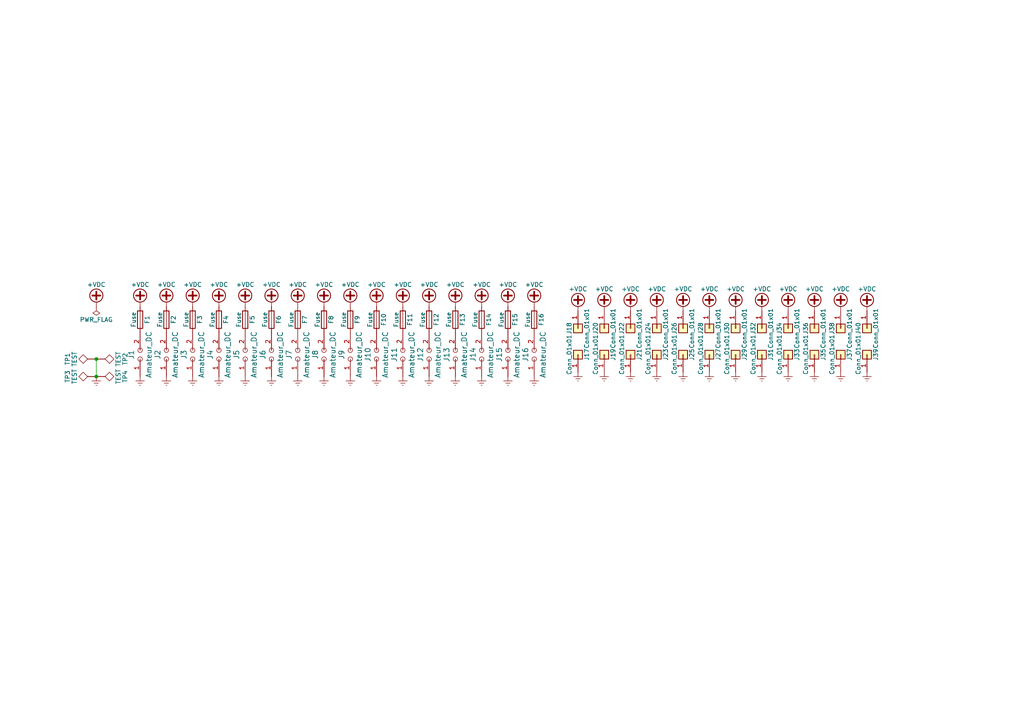
<source format=kicad_sch>
(kicad_sch (version 20230121) (generator eeschema)
  (paper "A4")
  (lib_symbols
    (symbol "fusebox-rescue:+VDC" (power) (pin_names (offset 0))
      (property "Value" "+VDC" (at 0 6.35 0))
      (symbol "+VDC_0_1"
        (polyline (pts (xy -1.143 3.175) (xy 1.143 3.175)) (stroke (width 0.508)))
        (polyline (pts (xy 0 0) (xy 0 1.27)))
        (polyline (pts (xy 0 2.032) (xy 0 4.318)) (stroke (width 0.508)))
        (circle (center 0 3.175) (radius 1.905) (stroke (width 0.254)))
      )
      (symbol "+VDC_1_1"
        (pin power_in line (at 0 0 90) (length 0) hide (name "+VDC") (number "1"))
      )
    )
    (symbol "fusebox-rescue:Amateur_DC" (pin_names (offset 1.016))
      (property "Reference" "J" (at 0 2.54 0))
      (property "Value" "Amateur_DC" (at 0 -2.54 0))
      (symbol "Amateur_DC_0_1"
        (circle (center -1.27 0) (radius 0.635))
        (circle (center 1.27 0) (radius 0.635))
      )
      (symbol "Amateur_DC_1_1"
        (pin passive line (at -6.35 0 0) (length 5.08) (name "~") (number "1"))
        (pin passive line (at 6.35 0 180) (length 5.08) (name "~") (number "2"))
      )
    )
    (symbol "fusebox-rescue:Conn_01x01" (pin_names (offset 1.016) hide)
      (property "Reference" "J" (at 0 2.54 0))
      (property "Value" "Conn_01x01" (at 0 -2.54 0))
      (symbol "Conn_01x01_1_1"
        (rectangle (start -1.27 0.127) (end 0 -0.127) (stroke (width 0.1524)))
        (rectangle (start -1.27 1.27) (end 1.27 -1.27) (stroke (width 0.254)) (fill (type background)))
        (pin passive line (at -5.08 0 0) (length 3.81) (name "Pin_1") (number "1"))
      )
    )
    (symbol "fusebox-rescue:Earth" (power) (pin_names (offset 0))
      (symbol "Earth_0_1"
        (polyline (pts (xy -0.635 -1.905) (xy 0.635 -1.905)))
        (polyline (pts (xy -0.127 -2.54) (xy 0.127 -2.54)))
        (polyline (pts (xy 0 -1.27) (xy 0 0)))
        (polyline (pts (xy 1.27 -1.27) (xy -1.27 -1.27)))
      )
      (symbol "Earth_1_1"
        (pin power_in line (at 0 0 270) (length 0) hide (name "Earth") (number "1"))
      )
    )
    (symbol "fusebox-rescue:Fuse" (pin_numbers hide) (pin_names (offset 0))
      (property "Reference" "F" (at 2.032 0 90))
      (property "Value" "Fuse" (at -1.905 0 90))
      (symbol "Fuse_0_1"
        (rectangle (start -0.762 -2.54) (end 0.762 2.54) (stroke (width 0.254)))
        (polyline (pts (xy 0 2.54) (xy 0 -2.54)))
      )
      (symbol "Fuse_1_1"
        (pin passive line (at 0 3.81 270) (length 1.27) (name "~") (number "1"))
        (pin passive line (at 0 -3.81 90) (length 1.27) (name "~") (number "2"))
      )
    )
    (symbol "fusebox-rescue:PWR_FLAG" (power) (pin_numbers hide) (pin_names (offset 0) hide)
      (property "Value" "PWR_FLAG" (at 0 3.81 0))
      (symbol "PWR_FLAG_0_0"
        (pin power_out line (at 0 0 90) (length 0) (name "pwr") (number "1"))
      )
      (symbol "PWR_FLAG_0_1"
        (polyline (pts (xy 0 0) (xy 0 1.27) (xy -1.016 1.905) (xy 0 2.54) (xy 1.016 1.905) (xy 0 1.27)))
      )
    )
    (symbol "fusebox-rescue:TEST" (pin_numbers hide) (pin_names (offset 1.016) hide)
      (property "Reference" "TP" (at 0 7.62 0))
      (property "Value" "TEST" (at 0 6.35 0))
      (symbol "TEST_0_1"
        (polyline (pts (xy 0 5.08) (xy -1.27 3.81) (xy 0 2.54) (xy 1.27 3.81) (xy 0 5.08) (xy 0 5.08)))
      )
      (symbol "TEST_1_1"
        (pin passive line (at 0 0 90) (length 2.54) (name "~") (number "1"))
      )
    )
  )
  (junction (at 27.94 104.14))
  (junction (at 27.94 109.22))
  (wire (pts (xy 27.94 109.22) (xy 27.94 104.14)))
  (symbol (lib_id "fusebox-rescue:PWR_FLAG") (at 27.94 88.9 180) (unit 1)
    (property "Reference" "#FLG02" (effects hide))
    (property "Value" "PWR_FLAG" (at 27.94 92.71 0))
  )
  (symbol (lib_id "fusebox-rescue:+VDC") (at 27.94 88.9 0) (unit 1)
    (property "Reference" "#PWR01" (effects hide))
    (property "Value" "+VDC" (at 27.94 82.55 0))
  )
  (symbol (lib_id "fusebox-rescue:Fuse") (at 40.64 92.71 0) (unit 1)
    (property "Reference" "F1" (at 42.672 92.71 90))
    (property "Value" "Fuse" (at 38.735 92.71 90))
    (property "Footprint" "Fuse_Holders_and_Fuses:BladeFuse-CarType" (effects hide))
  )
  (symbol (lib_id "fusebox-rescue:+VDC") (at 40.64 88.9 0) (unit 1)
    (property "Reference" "#PWR03" (effects hide))
    (property "Value" "+VDC" (at 40.64 82.55 0))
  )
  (symbol (lib_id "fusebox-rescue:Amateur_DC") (at 40.64 102.87 90) (unit 1)
    (property "Reference" "J1" (at 38.1 102.87 0) (effects (font (size 1.524 1.524))))
    (property "Value" "Amateur_DC" (at 43.18 102.87 0) (effects (font (size 1.524 1.524))))
    (property "Footprint" "Connectors_Anderson:45A-VERT-PAIR" (effects hide))
  )
  (symbol (lib_id "fusebox-rescue:Fuse") (at 48.26 92.71 0) (unit 1)
    (property "Reference" "F2" (at 50.292 92.71 90))
    (property "Value" "Fuse" (at 46.355 92.71 90))
    (property "Footprint" "Fuse_Holders_and_Fuses:BladeFuse-CarType" (effects hide))
  )
  (symbol (lib_id "fusebox-rescue:+VDC") (at 48.26 88.9 0) (unit 1)
    (property "Reference" "#PWR04" (effects hide))
    (property "Value" "+VDC" (at 48.26 82.55 0))
  )
  (symbol (lib_id "fusebox-rescue:Amateur_DC") (at 48.26 102.87 90) (unit 1)
    (property "Reference" "J2" (at 45.72 102.87 0) (effects (font (size 1.524 1.524))))
    (property "Value" "Amateur_DC" (at 50.8 102.87 0) (effects (font (size 1.524 1.524))))
    (property "Footprint" "Connectors_Anderson:45A-VERT-PAIR" (effects hide))
  )
  (symbol (lib_id "fusebox-rescue:Fuse") (at 55.88 92.71 0) (unit 1)
    (property "Reference" "F3" (at 57.912 92.71 90))
    (property "Value" "Fuse" (at 53.975 92.71 90))
    (property "Footprint" "Fuse_Holders_and_Fuses:BladeFuse-CarType" (effects hide))
  )
  (symbol (lib_id "fusebox-rescue:+VDC") (at 55.88 88.9 0) (unit 1)
    (property "Reference" "#PWR05" (effects hide))
    (property "Value" "+VDC" (at 55.88 82.55 0))
  )
  (symbol (lib_id "fusebox-rescue:Amateur_DC") (at 55.88 102.87 90) (unit 1)
    (property "Reference" "J3" (at 53.34 102.87 0) (effects (font (size 1.524 1.524))))
    (property "Value" "Amateur_DC" (at 58.42 102.87 0) (effects (font (size 1.524 1.524))))
    (property "Footprint" "Connectors_Anderson:45A-VERT-PAIR" (effects hide))
  )
  (symbol (lib_id "fusebox-rescue:Fuse") (at 63.5 92.71 0) (unit 1)
    (property "Reference" "F4" (at 65.532 92.71 90))
    (property "Value" "Fuse" (at 61.595 92.71 90))
    (property "Footprint" "Fuse_Holders_and_Fuses:BladeFuse-CarType" (effects hide))
  )
  (symbol (lib_id "fusebox-rescue:+VDC") (at 63.5 88.9 0) (unit 1)
    (property "Reference" "#PWR06" (effects hide))
    (property "Value" "+VDC" (at 63.5 82.55 0))
  )
  (symbol (lib_id "fusebox-rescue:Amateur_DC") (at 63.5 102.87 90) (unit 1)
    (property "Reference" "J4" (at 60.96 102.87 0) (effects (font (size 1.524 1.524))))
    (property "Value" "Amateur_DC" (at 66.04 102.87 0) (effects (font (size 1.524 1.524))))
    (property "Footprint" "Connectors_Anderson:45A-VERT-PAIR" (effects hide))
  )
  (symbol (lib_id "fusebox-rescue:Fuse") (at 71.12 92.71 0) (unit 1)
    (property "Reference" "F5" (at 73.152 92.71 90))
    (property "Value" "Fuse" (at 69.215 92.71 90))
    (property "Footprint" "Fuse_Holders_and_Fuses:BladeFuse-CarType" (effects hide))
  )
  (symbol (lib_id "fusebox-rescue:+VDC") (at 71.12 88.9 0) (unit 1)
    (property "Reference" "#PWR07" (effects hide))
    (property "Value" "+VDC" (at 71.12 82.55 0))
  )
  (symbol (lib_id "fusebox-rescue:Amateur_DC") (at 71.12 102.87 90) (unit 1)
    (property "Reference" "J5" (at 68.58 102.87 0) (effects (font (size 1.524 1.524))))
    (property "Value" "Amateur_DC" (at 73.66 102.87 0) (effects (font (size 1.524 1.524))))
    (property "Footprint" "Connectors_Anderson:45A-VERT-PAIR" (effects hide))
  )
  (symbol (lib_id "fusebox-rescue:Fuse") (at 78.74 92.71 0) (unit 1)
    (property "Reference" "F6" (at 80.772 92.71 90))
    (property "Value" "Fuse" (at 76.835 92.71 90))
    (property "Footprint" "Fuse_Holders_and_Fuses:BladeFuse-CarType" (effects hide))
  )
  (symbol (lib_id "fusebox-rescue:+VDC") (at 78.74 88.9 0) (unit 1)
    (property "Reference" "#PWR08" (effects hide))
    (property "Value" "+VDC" (at 78.74 82.55 0))
  )
  (symbol (lib_id "fusebox-rescue:Amateur_DC") (at 78.74 102.87 90) (unit 1)
    (property "Reference" "J6" (at 76.2 102.87 0) (effects (font (size 1.524 1.524))))
    (property "Value" "Amateur_DC" (at 81.28 102.87 0) (effects (font (size 1.524 1.524))))
    (property "Footprint" "Connectors_Anderson:45A-VERT-PAIR" (effects hide))
  )
  (symbol (lib_id "fusebox-rescue:Fuse") (at 86.36 92.71 0) (unit 1)
    (property "Reference" "F7" (at 88.392 92.71 90))
    (property "Value" "Fuse" (at 84.455 92.71 90))
    (property "Footprint" "Fuse_Holders_and_Fuses:BladeFuse-CarType" (effects hide))
  )
  (symbol (lib_id "fusebox-rescue:+VDC") (at 86.36 88.9 0) (unit 1)
    (property "Reference" "#PWR09" (effects hide))
    (property "Value" "+VDC" (at 86.36 82.55 0))
  )
  (symbol (lib_id "fusebox-rescue:Amateur_DC") (at 86.36 102.87 90) (unit 1)
    (property "Reference" "J7" (at 83.82 102.87 0) (effects (font (size 1.524 1.524))))
    (property "Value" "Amateur_DC" (at 88.9 102.87 0) (effects (font (size 1.524 1.524))))
    (property "Footprint" "Connectors_Anderson:45A-VERT-PAIR" (effects hide))
  )
  (symbol (lib_id "fusebox-rescue:Fuse") (at 93.98 92.71 0) (unit 1)
    (property "Reference" "F8" (at 96.012 92.71 90))
    (property "Value" "Fuse" (at 92.075 92.71 90))
    (property "Footprint" "Fuse_Holders_and_Fuses:BladeFuse-CarType" (effects hide))
  )
  (symbol (lib_id "fusebox-rescue:+VDC") (at 93.98 88.9 0) (unit 1)
    (property "Reference" "#PWR010" (effects hide))
    (property "Value" "+VDC" (at 93.98 82.55 0))
  )
  (symbol (lib_id "fusebox-rescue:Amateur_DC") (at 93.98 102.87 90) (unit 1)
    (property "Reference" "J8" (at 91.44 102.87 0) (effects (font (size 1.524 1.524))))
    (property "Value" "Amateur_DC" (at 96.52 102.87 0) (effects (font (size 1.524 1.524))))
    (property "Footprint" "Connectors_Anderson:45A-VERT-PAIR" (effects hide))
  )
  (symbol (lib_id "fusebox-rescue:Fuse") (at 101.6 92.71 0) (unit 1)
    (property "Reference" "F9" (at 103.632 92.71 90))
    (property "Value" "Fuse" (at 99.695 92.71 90))
    (property "Footprint" "Fuse_Holders_and_Fuses:BladeFuse-CarType" (effects hide))
  )
  (symbol (lib_id "fusebox-rescue:+VDC") (at 101.6 88.9 0) (unit 1)
    (property "Reference" "#PWR011" (effects hide))
    (property "Value" "+VDC" (at 101.6 82.55 0))
  )
  (symbol (lib_id "fusebox-rescue:Amateur_DC") (at 101.6 102.87 90) (unit 1)
    (property "Reference" "J9" (at 99.06 102.87 0) (effects (font (size 1.524 1.524))))
    (property "Value" "Amateur_DC" (at 104.14 102.87 0) (effects (font (size 1.524 1.524))))
    (property "Footprint" "Connectors_Anderson:45A-VERT-PAIR" (effects hide))
  )
  (symbol (lib_id "fusebox-rescue:Fuse") (at 109.22 92.71 0) (unit 1)
    (property "Reference" "F10" (at 111.252 92.71 90))
    (property "Value" "Fuse" (at 107.315 92.71 90))
    (property "Footprint" "Fuse_Holders_and_Fuses:BladeFuse-CarType" (effects hide))
  )
  (symbol (lib_id "fusebox-rescue:+VDC") (at 109.22 88.9 0) (unit 1)
    (property "Reference" "#PWR012" (effects hide))
    (property "Value" "+VDC" (at 109.22 82.55 0))
  )
  (symbol (lib_id "fusebox-rescue:Amateur_DC") (at 109.22 102.87 90) (unit 1)
    (property "Reference" "J10" (at 106.68 102.87 0) (effects (font (size 1.524 1.524))))
    (property "Value" "Amateur_DC" (at 111.76 102.87 0) (effects (font (size 1.524 1.524))))
    (property "Footprint" "Connectors_Anderson:45A-VERT-PAIR" (effects hide))
  )
  (symbol (lib_id "fusebox-rescue:Fuse") (at 116.84 92.71 0) (unit 1)
    (property "Reference" "F11" (at 118.872 92.71 90))
    (property "Value" "Fuse" (at 114.935 92.71 90))
    (property "Footprint" "Fuse_Holders_and_Fuses:BladeFuse-CarType" (effects hide))
  )
  (symbol (lib_id "fusebox-rescue:+VDC") (at 116.84 88.9 0) (unit 1)
    (property "Reference" "#PWR013" (effects hide))
    (property "Value" "+VDC" (at 116.84 82.55 0))
  )
  (symbol (lib_id "fusebox-rescue:Amateur_DC") (at 116.84 102.87 90) (unit 1)
    (property "Reference" "J11" (at 114.3 102.87 0) (effects (font (size 1.524 1.524))))
    (property "Value" "Amateur_DC" (at 119.38 102.87 0) (effects (font (size 1.524 1.524))))
    (property "Footprint" "Connectors_Anderson:45A-VERT-PAIR" (effects hide))
  )
  (symbol (lib_id "fusebox-rescue:Fuse") (at 124.46 92.71 0) (unit 1)
    (property "Reference" "F12" (at 126.492 92.71 90))
    (property "Value" "Fuse" (at 122.555 92.71 90))
    (property "Footprint" "Fuse_Holders_and_Fuses:BladeFuse-CarType" (effects hide))
  )
  (symbol (lib_id "fusebox-rescue:+VDC") (at 124.46 88.9 0) (unit 1)
    (property "Reference" "#PWR014" (effects hide))
    (property "Value" "+VDC" (at 124.46 82.55 0))
  )
  (symbol (lib_id "fusebox-rescue:Amateur_DC") (at 124.46 102.87 90) (unit 1)
    (property "Reference" "J12" (at 121.92 102.87 0) (effects (font (size 1.524 1.524))))
    (property "Value" "Amateur_DC" (at 127 102.87 0) (effects (font (size 1.524 1.524))))
    (property "Footprint" "Connectors_Anderson:45A-VERT-PAIR" (effects hide))
  )
  (symbol (lib_id "fusebox-rescue:Fuse") (at 132.08 92.71 0) (unit 1)
    (property "Reference" "F13" (at 134.112 92.71 90))
    (property "Value" "Fuse" (at 130.175 92.71 90))
    (property "Footprint" "Fuse_Holders_and_Fuses:BladeFuse-CarType" (effects hide))
  )
  (symbol (lib_id "fusebox-rescue:+VDC") (at 132.08 88.9 0) (unit 1)
    (property "Reference" "#PWR015" (effects hide))
    (property "Value" "+VDC" (at 132.08 82.55 0))
  )
  (symbol (lib_id "fusebox-rescue:Amateur_DC") (at 132.08 102.87 90) (unit 1)
    (property "Reference" "J13" (at 129.54 102.87 0) (effects (font (size 1.524 1.524))))
    (property "Value" "Amateur_DC" (at 134.62 102.87 0) (effects (font (size 1.524 1.524))))
    (property "Footprint" "Connectors_Anderson:45A-VERT-PAIR" (effects hide))
  )
  (symbol (lib_id "fusebox-rescue:Fuse") (at 139.7 92.71 0) (unit 1)
    (property "Reference" "F14" (at 141.732 92.71 90))
    (property "Value" "Fuse" (at 137.795 92.71 90))
    (property "Footprint" "Fuse_Holders_and_Fuses:BladeFuse-CarType" (effects hide))
  )
  (symbol (lib_id "fusebox-rescue:+VDC") (at 139.7 88.9 0) (unit 1)
    (property "Reference" "#PWR016" (effects hide))
    (property "Value" "+VDC" (at 139.7 82.55 0))
  )
  (symbol (lib_id "fusebox-rescue:Amateur_DC") (at 139.7 102.87 90) (unit 1)
    (property "Reference" "J14" (at 137.16 102.87 0) (effects (font (size 1.524 1.524))))
    (property "Value" "Amateur_DC" (at 142.24 102.87 0) (effects (font (size 1.524 1.524))))
    (property "Footprint" "Connectors_Anderson:45A-VERT-PAIR" (effects hide))
  )
  (symbol (lib_id "fusebox-rescue:Fuse") (at 147.32 92.71 0) (unit 1)
    (property "Reference" "F15" (at 149.352 92.71 90))
    (property "Value" "Fuse" (at 145.415 92.71 90))
    (property "Footprint" "Fuse_Holders_and_Fuses:BladeFuse-CarType" (effects hide))
  )
  (symbol (lib_id "fusebox-rescue:+VDC") (at 147.32 88.9 0) (unit 1)
    (property "Reference" "#PWR017" (effects hide))
    (property "Value" "+VDC" (at 147.32 82.55 0))
  )
  (symbol (lib_id "fusebox-rescue:Amateur_DC") (at 147.32 102.87 90) (unit 1)
    (property "Reference" "J15" (at 144.78 102.87 0) (effects (font (size 1.524 1.524))))
    (property "Value" "Amateur_DC" (at 149.86 102.87 0) (effects (font (size 1.524 1.524))))
    (property "Footprint" "Connectors_Anderson:45A-VERT-PAIR" (effects hide))
  )
  (symbol (lib_id "fusebox-rescue:Fuse") (at 154.94 92.71 0) (unit 1)
    (property "Reference" "F16" (at 156.972 92.71 90))
    (property "Value" "Fuse" (at 153.035 92.71 90))
    (property "Footprint" "Fuse_Holders_and_Fuses:BladeFuse-CarType" (effects hide))
  )
  (symbol (lib_id "fusebox-rescue:+VDC") (at 154.94 88.9 0) (unit 1)
    (property "Reference" "#PWR018" (effects hide))
    (property "Value" "+VDC" (at 154.94 82.55 0))
  )
  (symbol (lib_id "fusebox-rescue:Amateur_DC") (at 154.94 102.87 90) (unit 1)
    (property "Reference" "J16" (at 152.4 102.87 0) (effects (font (size 1.524 1.524))))
    (property "Value" "Amateur_DC" (at 157.48 102.87 0) (effects (font (size 1.524 1.524))))
    (property "Footprint" "Connectors_Anderson:45A-VERT-PAIR" (effects hide))
  )
  (symbol (lib_id "fusebox-rescue:TEST") (at 27.94 104.14 90) (unit 1)
    (property "Reference" "TP1" (at 20.32 104.14 0) (effects (justify bottom)))
    (property "Value" "TEST" (at 21.59 104.14 0))
    (property "Footprint" "Mounting_Holes:MountingHole_2.5mm_Pad_Via" (effects hide))
  )
  (symbol (lib_id "fusebox-rescue:TEST") (at 27.94 109.22 90) (unit 1)
    (property "Reference" "TP3" (at 20.32 109.22 0) (effects (justify bottom)))
    (property "Value" "TEST" (at 21.59 109.22 0))
    (property "Footprint" "Mounting_Holes:MountingHole_2.5mm_Pad_Via" (effects hide))
  )
  (symbol (lib_id "fusebox-rescue:TEST") (at 27.94 109.22 270) (unit 1)
    (property "Reference" "TP4" (at 35.56 109.22 0) (effects (justify bottom)))
    (property "Value" "TEST" (at 34.29 109.22 0))
    (property "Footprint" "Mounting_Holes:MountingHole_2.5mm_Pad_Via" (effects hide))
  )
  (symbol (lib_id "fusebox-rescue:TEST") (at 27.94 104.14 270) (unit 1)
    (property "Reference" "TP2" (at 35.56 104.14 0) (effects (justify bottom)))
    (property "Value" "TEST" (at 34.29 104.14 0))
    (property "Footprint" "Mounting_Holes:MountingHole_2.5mm_Pad_Via" (effects hide))
  )
  (symbol (lib_id "fusebox-rescue:Earth") (at 27.94 109.22 0) (unit 1)
    (property "Reference" "#PWR035" (effects hide))
    (property "Value" "Earth" (effects hide))
  )
  (symbol (lib_id "fusebox-rescue:Earth") (at 40.64 109.22 0) (unit 1)
    (property "Reference" "#PWR034" (effects hide))
    (property "Value" "Earth" (effects hide))
  )
  (symbol (lib_id "fusebox-rescue:Earth") (at 48.26 109.22 0) (unit 1)
    (property "Reference" "#PWR033" (effects hide))
    (property "Value" "Earth" (effects hide))
  )
  (symbol (lib_id "fusebox-rescue:Earth") (at 55.88 109.22 0) (unit 1)
    (property "Reference" "#PWR032" (effects hide))
    (property "Value" "Earth" (effects hide))
  )
  (symbol (lib_id "fusebox-rescue:Earth") (at 63.5 109.22 0) (unit 1)
    (property "Reference" "#PWR031" (effects hide))
    (property "Value" "Earth" (effects hide))
  )
  (symbol (lib_id "fusebox-rescue:Earth") (at 71.12 109.22 0) (unit 1)
    (property "Reference" "#PWR030" (effects hide))
    (property "Value" "Earth" (effects hide))
  )
  (symbol (lib_id "fusebox-rescue:Earth") (at 78.74 109.22 0) (unit 1)
    (property "Reference" "#PWR029" (effects hide))
    (property "Value" "Earth" (effects hide))
  )
  (symbol (lib_id "fusebox-rescue:Earth") (at 86.36 109.22 0) (unit 1)
    (property "Reference" "#PWR028" (effects hide))
    (property "Value" "Earth" (effects hide))
  )
  (symbol (lib_id "fusebox-rescue:Earth") (at 93.98 109.22 0) (unit 1)
    (property "Reference" "#PWR019" (effects hide))
    (property "Value" "Earth" (effects hide))
  )
  (symbol (lib_id "fusebox-rescue:Earth") (at 101.6 109.22 0) (unit 1)
    (property "Reference" "#PWR020" (effects hide))
    (property "Value" "Earth" (effects hide))
  )
  (symbol (lib_id "fusebox-rescue:Earth") (at 109.22 109.22 0) (unit 1)
    (property "Reference" "#PWR021" (effects hide))
    (property "Value" "Earth" (effects hide))
  )
  (symbol (lib_id "fusebox-rescue:Earth") (at 116.84 109.22 0) (unit 1)
    (property "Reference" "#PWR022" (effects hide))
    (property "Value" "Earth" (effects hide))
  )
  (symbol (lib_id "fusebox-rescue:Earth") (at 124.46 109.22 0) (unit 1)
    (property "Reference" "#PWR023" (effects hide))
    (property "Value" "Earth" (effects hide))
  )
  (symbol (lib_id "fusebox-rescue:Earth") (at 132.08 109.22 0) (unit 1)
    (property "Reference" "#PWR024" (effects hide))
    (property "Value" "Earth" (effects hide))
  )
  (symbol (lib_id "fusebox-rescue:Earth") (at 139.7 109.22 0) (unit 1)
    (property "Reference" "#PWR025" (effects hide))
    (property "Value" "Earth" (effects hide))
  )
  (symbol (lib_id "fusebox-rescue:Earth") (at 147.32 109.22 0) (unit 1)
    (property "Reference" "#PWR026" (effects hide))
    (property "Value" "Earth" (effects hide))
  )
  (symbol (lib_id "fusebox-rescue:Earth") (at 154.94 109.22 0) (unit 1)
    (property "Reference" "#PWR027" (effects hide))
    (property "Value" "Earth" (effects hide))
  )
  (symbol (lib_id "fusebox-rescue:Conn_01x01") (at 175.26 95.25 90) (mirror x) (unit 1)
    (property "Reference" "J20" (at 172.72 95.25 0))
    (property "Value" "Conn_01x01" (at 177.8 95.25 0))
    (property "Footprint" "Socket_Strips:Socket_Strip_Straight_1x01_Pitch2.00mm" (effects hide))
  )
  (symbol (lib_id "fusebox-rescue:Conn_01x01") (at 175.26 102.87 270) (mirror x) (unit 1)
    (property "Reference" "J19" (at 177.8 102.87 0))
    (property "Value" "Conn_01x01" (at 172.72 102.87 0))
    (property "Footprint" "Socket_Strips:Socket_Strip_Straight_1x01_Pitch2.00mm" (effects hide))
  )
  (symbol (lib_id "fusebox-rescue:Earth") (at 175.26 107.95 0) (unit 1)
    (property "Reference" "#PWR036" (effects hide))
    (property "Value" "Earth" (effects hide))
  )
  (symbol (lib_id "fusebox-rescue:+VDC") (at 175.26 90.17 0) (unit 1)
    (property "Reference" "#PWR037" (effects hide))
    (property "Value" "+VDC" (at 175.26 83.82 0))
  )
  (symbol (lib_id "fusebox-rescue:Conn_01x01") (at 167.64 95.25 90) (mirror x) (unit 1)
    (property "Reference" "J18" (at 165.1 95.25 0))
    (property "Value" "Conn_01x01" (at 170.18 95.25 0))
    (property "Footprint" "Socket_Strips:Socket_Strip_Straight_1x01_Pitch2.00mm" (effects hide))
  )
  (symbol (lib_id "fusebox-rescue:Conn_01x01") (at 167.64 102.87 270) (mirror x) (unit 1)
    (property "Reference" "J17" (at 170.18 102.87 0))
    (property "Value" "Conn_01x01" (at 165.1 102.87 0))
    (property "Footprint" "Socket_Strips:Socket_Strip_Straight_1x01_Pitch2.00mm" (effects hide))
  )
  (symbol (lib_id "fusebox-rescue:Earth") (at 167.64 107.95 0) (unit 1)
    (property "Reference" "#PWR038" (effects hide))
    (property "Value" "Earth" (effects hide))
  )
  (symbol (lib_id "fusebox-rescue:+VDC") (at 167.64 90.17 0) (unit 1)
    (property "Reference" "#PWR039" (effects hide))
    (property "Value" "+VDC" (at 167.64 83.82 0))
  )
  (symbol (lib_id "fusebox-rescue:Conn_01x01") (at 190.5 95.25 90) (mirror x) (unit 1)
    (property "Reference" "J24" (at 187.96 95.25 0))
    (property "Value" "Conn_01x01" (at 193.04 95.25 0))
    (property "Footprint" "Socket_Strips:Socket_Strip_Straight_1x01_Pitch2.00mm" (effects hide))
  )
  (symbol (lib_id "fusebox-rescue:Conn_01x01") (at 190.5 102.87 270) (mirror x) (unit 1)
    (property "Reference" "J23" (at 193.04 102.87 0))
    (property "Value" "Conn_01x01" (at 187.96 102.87 0))
    (property "Footprint" "Socket_Strips:Socket_Strip_Straight_1x01_Pitch2.00mm" (effects hide))
  )
  (symbol (lib_id "fusebox-rescue:Earth") (at 190.5 107.95 0) (unit 1)
    (property "Reference" "#PWR040" (effects hide))
    (property "Value" "Earth" (effects hide))
  )
  (symbol (lib_id "fusebox-rescue:+VDC") (at 190.5 90.17 0) (unit 1)
    (property "Reference" "#PWR041" (effects hide))
    (property "Value" "+VDC" (at 190.5 83.82 0))
  )
  (symbol (lib_id "fusebox-rescue:Conn_01x01") (at 182.88 95.25 90) (mirror x) (unit 1)
    (property "Reference" "J22" (at 180.34 95.25 0))
    (property "Value" "Conn_01x01" (at 185.42 95.25 0))
    (property "Footprint" "Socket_Strips:Socket_Strip_Straight_1x01_Pitch2.00mm" (effects hide))
  )
  (symbol (lib_id "fusebox-rescue:Conn_01x01") (at 182.88 102.87 270) (mirror x) (unit 1)
    (property "Reference" "J21" (at 185.42 102.87 0))
    (property "Value" "Conn_01x01" (at 180.34 102.87 0))
    (property "Footprint" "Socket_Strips:Socket_Strip_Straight_1x01_Pitch2.00mm" (effects hide))
  )
  (symbol (lib_id "fusebox-rescue:Earth") (at 182.88 107.95 0) (unit 1)
    (property "Reference" "#PWR042" (effects hide))
    (property "Value" "Earth" (effects hide))
  )
  (symbol (lib_id "fusebox-rescue:+VDC") (at 182.88 90.17 0) (unit 1)
    (property "Reference" "#PWR043" (effects hide))
    (property "Value" "+VDC" (at 182.88 83.82 0))
  )
  (symbol (lib_id "fusebox-rescue:Conn_01x01") (at 198.12 95.25 90) (mirror x) (unit 1)
    (property "Reference" "J26" (at 195.58 95.25 0))
    (property "Value" "Conn_01x01" (at 200.66 95.25 0))
    (property "Footprint" "Socket_Strips:Socket_Strip_Straight_1x01_Pitch2.00mm" (effects hide))
  )
  (symbol (lib_id "fusebox-rescue:Conn_01x01") (at 198.12 102.87 270) (mirror x) (unit 1)
    (property "Reference" "J25" (at 200.66 102.87 0))
    (property "Value" "Conn_01x01" (at 195.58 102.87 0))
    (property "Footprint" "Socket_Strips:Socket_Strip_Straight_1x01_Pitch2.00mm" (effects hide))
  )
  (symbol (lib_id "fusebox-rescue:Earth") (at 198.12 107.95 0) (unit 1)
    (property "Reference" "#PWR044" (effects hide))
    (property "Value" "Earth" (effects hide))
  )
  (symbol (lib_id "fusebox-rescue:+VDC") (at 198.12 90.17 0) (unit 1)
    (property "Reference" "#PWR045" (effects hide))
    (property "Value" "+VDC" (at 198.12 83.82 0))
  )
  (symbol (lib_id "fusebox-rescue:Conn_01x01") (at 213.36 95.25 90) (mirror x) (unit 1)
    (property "Reference" "J30" (at 210.82 95.25 0))
    (property "Value" "Conn_01x01" (at 215.9 95.25 0))
    (property "Footprint" "Socket_Strips:Socket_Strip_Straight_1x01_Pitch2.00mm" (effects hide))
  )
  (symbol (lib_id "fusebox-rescue:Conn_01x01") (at 213.36 102.87 270) (mirror x) (unit 1)
    (property "Reference" "J29" (at 215.9 102.87 0))
    (property "Value" "Conn_01x01" (at 210.82 102.87 0))
    (property "Footprint" "Socket_Strips:Socket_Strip_Straight_1x01_Pitch2.00mm" (effects hide))
  )
  (symbol (lib_id "fusebox-rescue:Earth") (at 213.36 107.95 0) (unit 1)
    (property "Reference" "#PWR046" (effects hide))
    (property "Value" "Earth" (effects hide))
  )
  (symbol (lib_id "fusebox-rescue:+VDC") (at 213.36 90.17 0) (unit 1)
    (property "Reference" "#PWR047" (effects hide))
    (property "Value" "+VDC" (at 213.36 83.82 0))
  )
  (symbol (lib_id "fusebox-rescue:Conn_01x01") (at 205.74 95.25 90) (mirror x) (unit 1)
    (property "Reference" "J28" (at 203.2 95.25 0))
    (property "Value" "Conn_01x01" (at 208.28 95.25 0))
    (property "Footprint" "Socket_Strips:Socket_Strip_Straight_1x01_Pitch2.00mm" (effects hide))
  )
  (symbol (lib_id "fusebox-rescue:Conn_01x01") (at 205.74 102.87 270) (mirror x) (unit 1)
    (property "Reference" "J27" (at 208.28 102.87 0))
    (property "Value" "Conn_01x01" (at 203.2 102.87 0))
    (property "Footprint" "Socket_Strips:Socket_Strip_Straight_1x01_Pitch2.00mm" (effects hide))
  )
  (symbol (lib_id "fusebox-rescue:Earth") (at 205.74 107.95 0) (unit 1)
    (property "Reference" "#PWR048" (effects hide))
    (property "Value" "Earth" (effects hide))
  )
  (symbol (lib_id "fusebox-rescue:+VDC") (at 205.74 90.17 0) (unit 1)
    (property "Reference" "#PWR049" (effects hide))
    (property "Value" "+VDC" (at 205.74 83.82 0))
  )
  (symbol (lib_id "fusebox-rescue:Conn_01x01") (at 220.98 95.25 90) (mirror x) (unit 1)
    (property "Reference" "J32" (at 218.44 95.25 0))
    (property "Value" "Conn_01x01" (at 223.52 95.25 0))
    (property "Footprint" "Socket_Strips:Socket_Strip_Straight_1x01_Pitch2.00mm" (effects hide))
  )
  (symbol (lib_id "fusebox-rescue:Conn_01x01") (at 220.98 102.87 270) (mirror x) (unit 1)
    (property "Reference" "J31" (at 223.52 102.87 0))
    (property "Value" "Conn_01x01" (at 218.44 102.87 0))
    (property "Footprint" "Socket_Strips:Socket_Strip_Straight_1x01_Pitch2.00mm" (effects hide))
  )
  (symbol (lib_id "fusebox-rescue:Earth") (at 220.98 107.95 0) (unit 1)
    (property "Reference" "#PWR050" (effects hide))
    (property "Value" "Earth" (effects hide))
  )
  (symbol (lib_id "fusebox-rescue:+VDC") (at 220.98 90.17 0) (unit 1)
    (property "Reference" "#PWR051" (effects hide))
    (property "Value" "+VDC" (at 220.98 83.82 0))
  )
  (symbol (lib_id "fusebox-rescue:Conn_01x01") (at 228.6 95.25 90) (mirror x) (unit 1)
    (property "Reference" "J34" (at 226.06 95.25 0))
    (property "Value" "Conn_01x01" (at 231.14 95.25 0))
    (property "Footprint" "Socket_Strips:Socket_Strip_Straight_1x01_Pitch2.00mm" (effects hide))
  )
  (symbol (lib_id "fusebox-rescue:Conn_01x01") (at 228.6 102.87 270) (mirror x) (unit 1)
    (property "Reference" "J33" (at 231.14 102.87 0))
    (property "Value" "Conn_01x01" (at 226.06 102.87 0))
    (property "Footprint" "Socket_Strips:Socket_Strip_Straight_1x01_Pitch2.00mm" (effects hide))
  )
  (symbol (lib_id "fusebox-rescue:Earth") (at 228.6 107.95 0) (unit 1)
    (property "Reference" "#PWR052" (effects hide))
    (property "Value" "Earth" (effects hide))
  )
  (symbol (lib_id "fusebox-rescue:+VDC") (at 228.6 90.17 0) (unit 1)
    (property "Reference" "#PWR053" (effects hide))
    (property "Value" "+VDC" (at 228.6 83.82 0))
  )
  (symbol (lib_id "fusebox-rescue:Conn_01x01") (at 243.84 95.25 90) (mirror x) (unit 1)
    (property "Reference" "J38" (at 241.3 95.25 0))
    (property "Value" "Conn_01x01" (at 246.38 95.25 0))
    (property "Footprint" "Socket_Strips:Socket_Strip_Straight_1x01_Pitch2.00mm" (effects hide))
  )
  (symbol (lib_id "fusebox-rescue:Conn_01x01") (at 243.84 102.87 270) (mirror x) (unit 1)
    (property "Reference" "J37" (at 246.38 102.87 0))
    (property "Value" "Conn_01x01" (at 241.3 102.87 0))
    (property "Footprint" "Socket_Strips:Socket_Strip_Straight_1x01_Pitch2.00mm" (effects hide))
  )
  (symbol (lib_id "fusebox-rescue:Earth") (at 243.84 107.95 0) (unit 1)
    (property "Reference" "#PWR054" (effects hide))
    (property "Value" "Earth" (effects hide))
  )
  (symbol (lib_id "fusebox-rescue:+VDC") (at 243.84 90.17 0) (unit 1)
    (property "Reference" "#PWR055" (effects hide))
    (property "Value" "+VDC" (at 243.84 83.82 0))
  )
  (symbol (lib_id "fusebox-rescue:Conn_01x01") (at 236.22 95.25 90) (mirror x) (unit 1)
    (property "Reference" "J36" (at 233.68 95.25 0))
    (property "Value" "Conn_01x01" (at 238.76 95.25 0))
    (property "Footprint" "Socket_Strips:Socket_Strip_Straight_1x01_Pitch2.00mm" (effects hide))
  )
  (symbol (lib_id "fusebox-rescue:Conn_01x01") (at 236.22 102.87 270) (mirror x) (unit 1)
    (property "Reference" "J35" (at 238.76 102.87 0))
    (property "Value" "Conn_01x01" (at 233.68 102.87 0))
    (property "Footprint" "Socket_Strips:Socket_Strip_Straight_1x01_Pitch2.00mm" (effects hide))
  )
  (symbol (lib_id "fusebox-rescue:Earth") (at 236.22 107.95 0) (unit 1)
    (property "Reference" "#PWR056" (effects hide))
    (property "Value" "Earth" (effects hide))
  )
  (symbol (lib_id "fusebox-rescue:+VDC") (at 236.22 90.17 0) (unit 1)
    (property "Reference" "#PWR057" (effects hide))
    (property "Value" "+VDC" (at 236.22 83.82 0))
  )
  (symbol (lib_id "fusebox-rescue:Conn_01x01") (at 251.46 95.25 90) (mirror x) (unit 1)
    (property "Reference" "J40" (at 248.92 95.25 0))
    (property "Value" "Conn_01x01" (at 254 95.25 0))
    (property "Footprint" "Socket_Strips:Socket_Strip_Straight_1x01_Pitch2.00mm" (effects hide))
  )
  (symbol (lib_id "fusebox-rescue:Conn_01x01") (at 251.46 102.87 270) (mirror x) (unit 1)
    (property "Reference" "J39" (at 254 102.87 0))
    (property "Value" "Conn_01x01" (at 248.92 102.87 0))
    (property "Footprint" "Socket_Strips:Socket_Strip_Straight_1x01_Pitch2.00mm" (effects hide))
  )
  (symbol (lib_id "fusebox-rescue:Earth") (at 251.46 107.95 0) (unit 1)
    (property "Reference" "#PWR058" (effects hide))
    (property "Value" "Earth" (effects hide))
  )
  (symbol (lib_id "fusebox-rescue:+VDC") (at 251.46 90.17 0) (unit 1)
    (property "Reference" "#PWR059" (effects hide))
    (property "Value" "+VDC" (at 251.46 83.82 0))
  )
)
</source>
